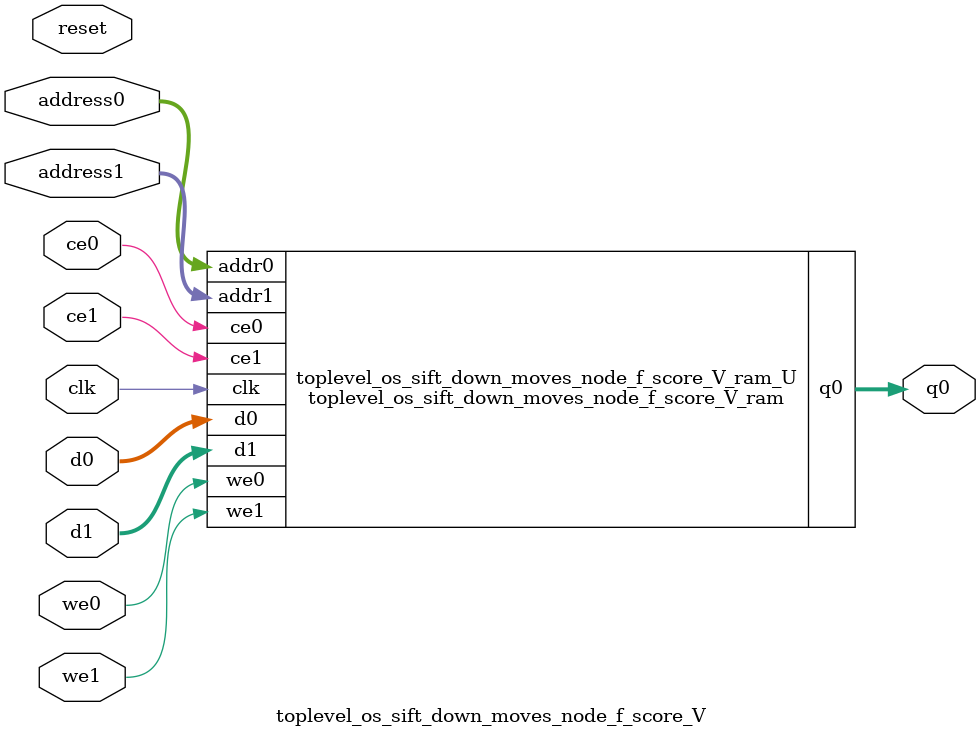
<source format=v>
`timescale 1 ns / 1 ps
module toplevel_os_sift_down_moves_node_f_score_V_ram (addr0, ce0, d0, we0, q0, addr1, ce1, d1, we1,  clk);

parameter DWIDTH = 11;
parameter AWIDTH = 4;
parameter MEM_SIZE = 16;

input[AWIDTH-1:0] addr0;
input ce0;
input[DWIDTH-1:0] d0;
input we0;
output reg[DWIDTH-1:0] q0;
input[AWIDTH-1:0] addr1;
input ce1;
input[DWIDTH-1:0] d1;
input we1;
input clk;

reg [DWIDTH-1:0] ram[0:MEM_SIZE-1];




always @(posedge clk)  
begin 
    if (ce0) begin
        if (we0) 
            ram[addr0] <= d0; 
        q0 <= ram[addr0];
    end
end


always @(posedge clk)  
begin 
    if (ce1) begin
        if (we1) 
            ram[addr1] <= d1; 
    end
end


endmodule

`timescale 1 ns / 1 ps
module toplevel_os_sift_down_moves_node_f_score_V(
    reset,
    clk,
    address0,
    ce0,
    we0,
    d0,
    q0,
    address1,
    ce1,
    we1,
    d1);

parameter DataWidth = 32'd11;
parameter AddressRange = 32'd16;
parameter AddressWidth = 32'd4;
input reset;
input clk;
input[AddressWidth - 1:0] address0;
input ce0;
input we0;
input[DataWidth - 1:0] d0;
output[DataWidth - 1:0] q0;
input[AddressWidth - 1:0] address1;
input ce1;
input we1;
input[DataWidth - 1:0] d1;



toplevel_os_sift_down_moves_node_f_score_V_ram toplevel_os_sift_down_moves_node_f_score_V_ram_U(
    .clk( clk ),
    .addr0( address0 ),
    .ce0( ce0 ),
    .we0( we0 ),
    .d0( d0 ),
    .q0( q0 ),
    .addr1( address1 ),
    .ce1( ce1 ),
    .we1( we1 ),
    .d1( d1 ));

endmodule


</source>
